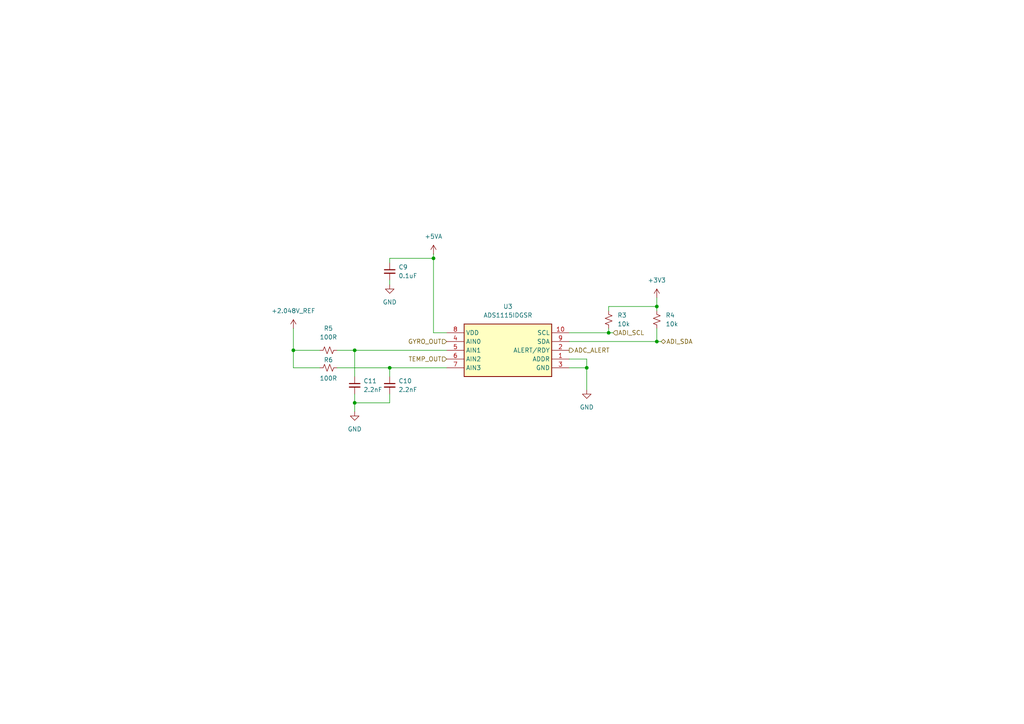
<source format=kicad_sch>
(kicad_sch (version 20250114) (generator "eeschema") (generator_version "9.0")
  (paper "A4")
  (lib_symbols
    (symbol "Device:C_Small" (pin_numbers (hide yes)) (pin_names (offset 0.254) (hide yes))
      (property "Reference" "C" (at 0.254 1.778 0))
      (property "Value" "C_Small" (at 0.254 -2.032 0))
      (symbol "C_Small_0_1"
        (polyline (pts (xy -1.524 0.508) (xy 1.524 0.508)) (stroke (width 0.3048)))
        (polyline (pts (xy -1.524 -0.508) (xy 1.524 -0.508)) (stroke (width 0.3302)))
      )
      (symbol "C_Small_1_1"
        (pin passive line (at 0 2.54 270) (length 2.032) (name "~") (number "1"))
        (pin passive line (at 0 -2.54 90) (length 2.032) (name "~") (number "2"))
      )
    )
    (symbol "Device:R_Small_US" (pin_numbers (hide yes)) (pin_names (offset 0.254) (hide yes))
      (property "Reference" "R" (at 0.762 0.508 0))
      (property "Value" "R_Small_US" (at 0.762 -1.016 0))
      (symbol "R_Small_US_1_1"
        (polyline (pts (xy 0 1.524) (xy 1.016 1.143) (xy 0 0.762) (xy -1.016 0.381) (xy 0 0)))
        (polyline (pts (xy 0 0) (xy 1.016 -0.381) (xy 0 -0.762) (xy -1.016 -1.143) (xy 0 -1.524)))
        (pin passive line (at 0 2.54 270) (length 1.016) (name "~") (number "1"))
        (pin passive line (at 0 -2.54 90) (length 1.016) (name "~") (number "2"))
      )
    )
    (symbol "canardboard:ADS1115IDGSR"
      (property "Reference" "U" (at 31.75 7.62 0))
      (property "Value" "ADS1115IDGSR" (at 31.75 5.08 0))
      (symbol "ADS1115IDGSR_1_1"
        (rectangle (start 5.08 2.54) (end 30.48 -12.7) (stroke (width 0.254)) (fill (type background)))
        (pin passive line (at 0 0 0) (length 5.08) (name "VDD") (number "8"))
        (pin passive line (at 0 -2.54 0) (length 5.08) (name "AIN0") (number "4"))
        (pin passive line (at 0 -5.08 0) (length 5.08) (name "AIN1") (number "5"))
        (pin passive line (at 0 -7.62 0) (length 5.08) (name "AIN2") (number "6"))
        (pin passive line (at 0 -10.16 0) (length 5.08) (name "AIN3") (number "7"))
        (pin passive line (at 35.56 0 180) (length 5.08) (name "SCL") (number "10"))
        (pin passive line (at 35.56 -2.54 180) (length 5.08) (name "SDA") (number "9"))
        (pin passive line (at 35.56 -5.08 180) (length 5.08) (name "ALERT/RDY") (number "2"))
        (pin passive line (at 35.56 -7.62 180) (length 5.08) (name "ADDR") (number "1"))
        (pin passive line (at 35.56 -10.16 180) (length 5.08) (name "GND") (number "3"))
      )
    )
    (symbol "power:+3V3" (power) (pin_numbers (hide yes)) (pin_names (offset 0) (hide yes))
      (property "Value" "+3V3" (at 0 3.556 0))
      (symbol "+3V3_0_1"
        (polyline (pts (xy -0.762 1.27) (xy 0 2.54)))
        (polyline (pts (xy 0 2.54) (xy 0.762 1.27)))
        (polyline (pts (xy 0 0) (xy 0 2.54)))
      )
      (symbol "+3V3_1_1"
        (pin power_in line (at 0 0 90) (length 0) (name "~") (number "1"))
      )
    )
    (symbol "power:+5VA" (power) (pin_numbers (hide yes)) (pin_names (offset 0) (hide yes))
      (property "Value" "+5VA" (at 0 3.556 0))
      (symbol "+5VA_0_1"
        (polyline (pts (xy -0.762 1.27) (xy 0 2.54)))
        (polyline (pts (xy 0 2.54) (xy 0.762 1.27)))
        (polyline (pts (xy 0 0) (xy 0 2.54)))
      )
      (symbol "+5VA_1_1"
        (pin power_in line (at 0 0 90) (length 0) (name "~") (number "1"))
      )
    )
    (symbol "power:GND" (power) (pin_numbers (hide yes)) (pin_names (offset 0) (hide yes))
      (property "Value" "GND" (at 0 -3.81 0))
      (symbol "GND_0_1"
        (polyline (pts (xy 0 0) (xy 0 -1.27) (xy 1.27 -1.27) (xy 0 -2.54) (xy -1.27 -1.27) (xy 0 -1.27)))
      )
      (symbol "GND_1_1"
        (pin power_in line (at 0 0 270) (length 0) (name "~") (number "1"))
      )
    )
  )
  (junction (at 190.5 99.06))
  (junction (at 176.53 96.52))
  (junction (at 125.73 74.93))
  (junction (at 102.87 101.6))
  (junction (at 170.18 106.68))
  (junction (at 113.03 106.68))
  (junction (at 85.09 101.6))
  (junction (at 102.87 116.84))
  (junction (at 190.5 88.9))
  (wire (pts (xy 176.53 90.17) (xy 176.53 88.9)))
  (wire (pts (xy 170.18 104.14) (xy 170.18 106.68)))
  (wire (pts (xy 102.87 116.84) (xy 113.03 116.84)))
  (wire (pts (xy 165.1 99.06) (xy 190.5 99.06)))
  (wire (pts (xy 102.87 114.3) (xy 102.87 116.84)))
  (wire (pts (xy 85.09 101.6) (xy 92.71 101.6)))
  (wire (pts (xy 176.53 88.9) (xy 190.5 88.9)))
  (wire (pts (xy 113.03 74.93) (xy 125.73 74.93)))
  (wire (pts (xy 113.03 114.3) (xy 113.03 116.84)))
  (wire (pts (xy 92.71 106.68) (xy 85.09 106.68)))
  (wire (pts (xy 165.1 104.14) (xy 170.18 104.14)))
  (wire (pts (xy 129.54 96.52) (xy 125.73 96.52)))
  (wire (pts (xy 102.87 109.22) (xy 102.87 101.6)))
  (wire (pts (xy 113.03 106.68) (xy 113.03 109.22)))
  (wire (pts (xy 85.09 95.25) (xy 85.09 101.6)))
  (wire (pts (xy 85.09 106.68) (xy 85.09 101.6)))
  (wire (pts (xy 190.5 99.06) (xy 191.77 99.06)))
  (wire (pts (xy 113.03 76.2) (xy 113.03 74.93)))
  (wire (pts (xy 165.1 96.52) (xy 176.53 96.52)))
  (wire (pts (xy 97.79 106.68) (xy 113.03 106.68)))
  (wire (pts (xy 190.5 86.36) (xy 190.5 88.9)))
  (wire (pts (xy 102.87 116.84) (xy 102.87 119.38)))
  (wire (pts (xy 190.5 99.06) (xy 190.5 95.25)))
  (wire (pts (xy 102.87 101.6) (xy 129.54 101.6)))
  (wire (pts (xy 113.03 81.28) (xy 113.03 82.55)))
  (wire (pts (xy 125.73 73.66) (xy 125.73 74.93)))
  (wire (pts (xy 165.1 106.68) (xy 170.18 106.68)))
  (wire (pts (xy 125.73 74.93) (xy 125.73 96.52)))
  (wire (pts (xy 176.53 96.52) (xy 177.8 96.52)))
  (wire (pts (xy 113.03 106.68) (xy 129.54 106.68)))
  (wire (pts (xy 176.53 96.52) (xy 176.53 95.25)))
  (wire (pts (xy 97.79 101.6) (xy 102.87 101.6)))
  (wire (pts (xy 170.18 106.68) (xy 170.18 113.03)))
  (wire (pts (xy 190.5 88.9) (xy 190.5 90.17)))
  (hierarchical_label "ADC_ALERT" (shape output) (at 165.1 101.6 0))
  (hierarchical_label "ADI_SDA" (shape bidirectional) (at 191.77 99.06 0))
  (hierarchical_label "TEMP_OUT" (shape input) (at 129.54 104.14 180))
  (hierarchical_label "ADI_SCL" (shape input) (at 177.8 96.52 0))
  (hierarchical_label "GYRO_OUT" (shape input) (at 129.54 99.06 180))
  (symbol (lib_id "Device:C_Small") (at 113.03 78.74 0) (unit 1)
    (property "Reference" "C9" (at 115.57 77.4762 0) (effects (justify left)))
    (property "Value" "0.1uF" (at 115.57 80.0162 0) (effects (justify left)))
    (property "Footprint" "Capacitor_SMD:C_0402_1005Metric" (effects (hide yes)))
    (property "Description" "Unpolarized capacitor, small symbol" (effects (hide yes)))
  )
  (symbol (lib_id "Device:C_Small") (at 113.03 111.76 0) (unit 1)
    (property "Reference" "C10" (at 115.57 110.4962 0) (effects (justify left)))
    (property "Value" "2.2nF" (at 115.57 113.0362 0) (effects (justify left)))
    (property "Footprint" "Capacitor_SMD:C_0402_1005Metric" (effects (hide yes)))
    (property "Description" "Unpolarized capacitor, small symbol" (effects (hide yes)))
  )
  (symbol (lib_id "power:GND") (at 102.87 119.38 0) (unit 1)
    (property "Reference" "#PWR016" (effects (hide yes)))
    (property "Value" "GND" (at 102.87 124.46 0))
    (property "Description" "Power symbol creates a global label with name \"GND\" , ground" (effects (hide yes)))
  )
  (symbol (lib_id "Device:R_Small_US") (at 95.25 106.68 90) (unit 1)
    (property "Reference" "R6" (at 95.25 104.394 90))
    (property "Value" "100R" (at 95.25 109.728 90))
    (property "Footprint" "Resistor_SMD:R_0402_1005Metric" (effects (hide yes)))
    (property "Description" "Resistor, small US symbol" (effects (hide yes)))
  )
  (symbol (lib_id "Device:R_Small_US") (at 95.25 101.6 90) (unit 1)
    (property "Reference" "R5" (at 95.25 95.25 90))
    (property "Value" "100R" (at 95.25 97.79 90))
    (property "Footprint" "Resistor_SMD:R_0402_1005Metric" (effects (hide yes)))
    (property "Description" "Resistor, small US symbol" (effects (hide yes)))
  )
  (symbol (lib_id "power:+5VA") (at 125.73 73.66 0) (unit 1)
    (property "Reference" "#PWR011" (effects (hide yes)))
    (property "Value" "+5VA" (at 125.73 68.58 0))
    (property "Description" "Power symbol creates a global label with name \"+5VA\"" (effects (hide yes)))
  )
  (symbol (lib_id "power:GND") (at 113.03 82.55 0) (unit 1)
    (property "Reference" "#PWR012" (effects (hide yes)))
    (property "Value" "GND" (at 113.03 87.63 0))
    (property "Description" "Power symbol creates a global label with name \"GND\" , ground" (effects (hide yes)))
  )
  (symbol (lib_id "power:+3V3") (at 190.5 86.36 0) (unit 1)
    (property "Reference" "#PWR014" (effects (hide yes)))
    (property "Value" "+3V3" (at 190.5 81.28 0))
    (property "Description" "Power symbol creates a global label with name \"+3V3\"" (effects (hide yes)))
  )
  (symbol (lib_id "power:GND") (at 170.18 113.03 0) (unit 1)
    (property "Reference" "#PWR013" (effects (hide yes)))
    (property "Value" "GND" (at 170.18 118.11 0))
    (property "Description" "Power symbol creates a global label with name \"GND\" , ground" (effects (hide yes)))
  )
  (symbol (lib_id "Device:C_Small") (at 102.87 111.76 0) (unit 1)
    (property "Reference" "C11" (at 105.41 110.4962 0) (effects (justify left)))
    (property "Value" "2.2nF" (at 105.41 113.0362 0) (effects (justify left)))
    (property "Footprint" "Capacitor_SMD:C_0402_1005Metric" (effects (hide yes)))
    (property "Description" "Unpolarized capacitor, small symbol" (effects (hide yes)))
  )
  (symbol (lib_id "Device:R_Small_US") (at 190.5 92.71 0) (unit 1)
    (property "Reference" "R4" (at 193.04 91.4399 0) (effects (justify left)))
    (property "Value" "10k" (at 193.04 93.9799 0) (effects (justify left)))
    (property "Footprint" "Resistor_SMD:R_0402_1005Metric" (effects (hide yes)))
    (property "Description" "Resistor, small US symbol" (effects (hide yes)))
  )
  (symbol (lib_id "canardboard:ADS1115IDGSR") (at 129.54 96.52 0) (unit 1)
    (property "Reference" "U3" (at 147.32 88.9 0))
    (property "Value" "ADS1115IDGSR" (at 147.32 91.44 0))
    (property "Footprint" "canardboard:ADS1115IDGSR" (effects (hide yes)))
    (property "Datasheet" "http://www.ti.com/lit/gpn/ADS1115" (effects (hide yes)))
    (property "Height" "1.1" (effects (hide yes)))
    (property "Mouser Part Number" "595-ADS1115IDGSR" (effects (hide yes)))
    (property "Mouser Price/Stock" "https://www.mouser.co.uk/ProductDetail/Texas-Instruments/ADS1115IDGSR?qs=IK5e5L0zOXjKCJoVMhYO%2FQ%3D%3D" (effects (hide yes)))
    (property "Manufacturer_Name" "Texas Instruments" (effects (hide yes)))
    (property "Manufacturer_Part_Number" "ADS1115IDGSR" (effects (hide yes)))
  )
  (symbol (lib_id "Device:R_Small_US") (at 176.53 92.71 0) (unit 1)
    (property "Reference" "R3" (at 179.07 91.4399 0) (effects (justify left)))
    (property "Value" "10k" (at 179.07 93.9799 0) (effects (justify left)))
    (property "Footprint" "Resistor_SMD:R_0402_1005Metric" (effects (hide yes)))
    (property "Description" "Resistor, small US symbol" (effects (hide yes)))
  )
  (symbol (lib_id "power:+5VA") (at 85.09 95.25 0) (unit 1)
    (property "Reference" "#PWR015" (effects (hide yes)))
    (property "Value" "+2.048V_REF" (at 85.09 90.17 0))
    (property "Description" "Power symbol creates a global label with name \"+5VA\"" (effects (hide yes)))
  )
)
</source>
